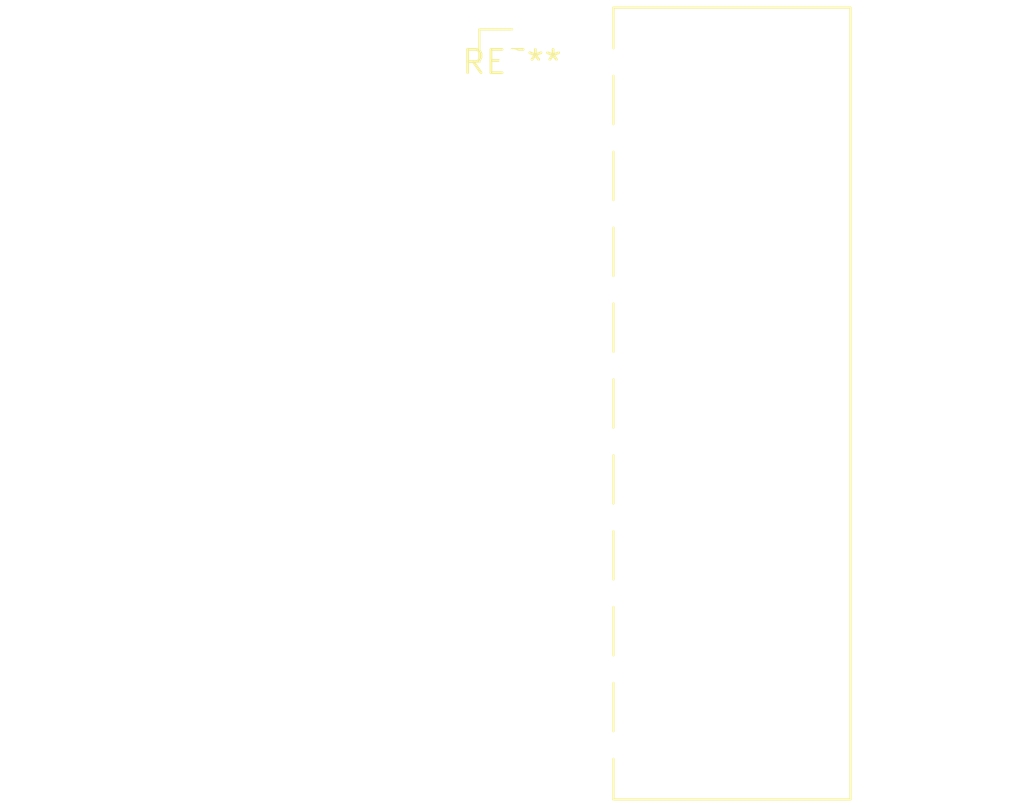
<source format=kicad_pcb>
(kicad_pcb (version 20240108) (generator pcbnew)
  (layers (0 "F.Cu" signal) (31 "B.Cu" signal) (34 "B.Paste" user) (35 "F.Paste" user) (36 "B.SilkS" user "B.Silkscreen") (37 "F.SilkS" user "F.Silkscreen") (38 "B.Mask" user) (39 "F.Mask" user) (44 "Edge.Cuts" user))
  (net 0 "")
  (footprint "TE_MATE-N-LOK_1-794106-x_2x10_P4.14mm_Horizontal" (layer "F.Cu") (at 0 0)
    (property "Reference" "REF**")
    (property "Value" "TE_MATE-N-LOK_1-794106-x_2x10_P4.14mm_Horizontal")
    (fp_line (start -1.78 -1.78) (end -1.78 0) (layer "F.SilkS") (stroke (width 0.12)))
    (fp_line (start 0 -1.78) (end -1.78 -1.78) (layer "F.SilkS") (stroke (width 0.12)))
    (fp_line (start 5.53 -2.97) (end 18.45 -2.97) (layer "F.SilkS") (stroke (width 0.12)))
    (fp_line (start 5.53 -0.751199) (end 5.53 -2.97) (layer "F.SilkS") (stroke (width 0.12)))
    (fp_line (start 5.53 0.751199) (end 5.53 3.388801) (layer "F.SilkS") (stroke (width 0.12)))
    (fp_line (start 5.53 4.891199) (end 5.53 7.528801) (layer "F.SilkS") (stroke (width 0.12)))
    (fp_line (start 5.53 9.031199) (end 5.53 11.668801) (layer "F.SilkS") (stroke (width 0.12)))
    (fp_line (start 5.53 13.171199) (end 5.53 15.808801) (layer "F.SilkS") (stroke (width 0.12)))
    (fp_line (start 5.53 17.311199) (end 5.53 19.948801) (layer "F.SilkS") (stroke (width 0.12)))
    (fp_line (start 5.53 21.451199) (end 5.53 24.088801) (layer "F.SilkS") (stroke (width 0.12)))
    (fp_line (start 5.53 25.591199) (end 5.53 28.228801) (layer "F.SilkS") (stroke (width 0.12)))
    (fp_line (start 5.53 29.731199) (end 5.53 32.368801) (layer "F.SilkS") (stroke (width 0.12)))
    (fp_line (start 5.53 33.871199) (end 5.53 36.508801) (layer "F.SilkS") (stroke (width 0.12)))
    (fp_line (start 5.53 40.23) (end 5.53 38.011199) (layer "F.SilkS") (stroke (width 0.12)))
    (fp_line (start 18.45 -2.97) (end 18.45 40.23) (layer "F.SilkS") (stroke (width 0.12)))
    (fp_line (start 18.45 40.23) (end 5.53 40.23) (layer "F.SilkS") (stroke (width 0.12)))
    (pad "" np_thru_hole circle (at 11.48 8.25) (size 3.86 3.86) (drill 3.86) (layers *.Cu *.Mask))
    (pad "" np_thru_hole circle (at 11.48 29.01) (size 3.86 3.86) (drill 3.86) (layers *.Cu *.Mask))
    (pad "1" thru_hole roundrect (at 0 0) (size 2.64 2.64) (drill 1.4) (layers *.Cu *.Mask) (remove_unused_layers) (roundrect_rratio 0.094697))
    (pad "2" thru_hole circle (at 0 4.14) (size 2.64 2.64) (drill 1.4) (layers *.Cu *.Mask) (remove_unused_layers))
    (pad "3" thru_hole circle (at 0 8.28) (size 2.64 2.64) (drill 1.4) (layers *.Cu *.Mask) (remove_unused_layers))
    (pad "4" thru_hole circle (at 0 12.42) (size 2.64 2.64) (drill 1.4) (layers *.Cu *.Mask) (remove_unused_layers))
    (pad "5" thru_hole circle (at 0 16.56) (size 2.64 2.64) (drill 1.4) (layers *.Cu *.Mask) (remove_unused_layers))
    (pad "6" thru_hole circle (at 0 20.7) (size 2.64 2.64) (drill 1.4) (layers *.Cu *.Mask) (remove_unused_layers))
    (pad "7" thru_hole circle (at 0 24.84) (size 2.64 2.64) (drill 1.4) (layers *.Cu *.Mask) (remove_unused_layers))
    (pad "8" thru_hole circle (at 0 28.98) (size 2.64 2.64) (drill 1.4) (layers *.Cu *.Mask) (remove_unused_layers))
    (pad "9" thru_hole circle (at 0 33.12) (size 2.64 2.64) (drill 1.4) (layers *.Cu *.Mask) (remove_unused_layers))
    (pad "10" thru_hole circle (at 0 37.26) (size 2.64 2.64) (drill 1.4) (layers *.Cu *.Mask) (remove_unused_layers))
    (pad "11" thru_hole circle (at 4.14 0) (size 2.64 2.64) (drill 1.4) (layers *.Cu *.Mask) (remove_unused_layers))
    (pad "12" thru_hole circle (at 4.14 4.14) (size 2.64 2.64) (drill 1.4) (layers *.Cu *.Mask) (remove_unused_layers))
    (pad "13" thru_hole circle (at 4.14 8.28) (size 2.64 2.64) (drill 1.4) (layers *.Cu *.Mask) (remove_unused_layers))
    (pad "14" thru_hole circle (at 4.14 12.42) (size 2.64 2.64) (drill 1.4) (layers *.Cu *.Mask) (remove_unused_layers))
    (pad "15" thru_hole circle (at 4.14 16.56) (size 2.64 2.64) (drill 1.4) (layers *.Cu *.Mask) (remove_unused_layers))
    (pad "16" thru_hole circle (at 4.14 20.7) (size 2.64 2.64) (drill 1.4) (layers *.Cu *.Mask) (remove_unused_layers))
    (pad "17" thru_hole circle (at 4.14 24.84) (size 2.64 2.64) (drill 1.4) (layers *.Cu *.Mask) (remove_unused_layers))
    (pad "18" thru_hole circle (at 4.14 28.98) (size 2.64 2.64) (drill 1.4) (layers *.Cu *.Mask) (remove_unused_layers))
    (pad "19" thru_hole circle (at 4.14 33.12) (size 2.64 2.64) (drill 1.4) (layers *.Cu *.Mask) (remove_unused_layers))
    (pad "20" thru_hole circle (at 4.14 37.26) (size 2.64 2.64) (drill 1.4) (layers *.Cu *.Mask) (remove_unused_layers))
  )
)
</source>
